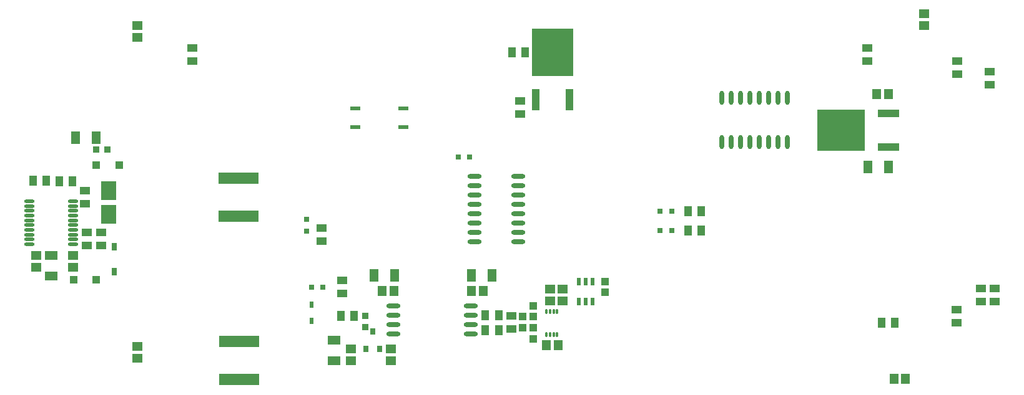
<source format=gtp>
G04*
G04 #@! TF.GenerationSoftware,Altium Limited,Altium Designer,18.1.11 (251)*
G04*
G04 Layer_Color=8421504*
%FSLAX25Y25*%
%MOIN*%
G70*
G01*
G75*
%ADD20O,0.02362X0.07480*%
%ADD21O,0.07480X0.02362*%
%ADD22R,0.05512X0.02362*%
%ADD23O,0.05512X0.01772*%
%ADD24O,0.01181X0.03150*%
%ADD25R,0.02559X0.03740*%
%ADD26O,0.07677X0.02362*%
%ADD27R,0.02362X0.04134*%
%ADD28R,0.25197X0.21850*%
%ADD29R,0.11811X0.03937*%
%ADD30R,0.05315X0.03937*%
%ADD31R,0.03937X0.05315*%
%ADD32R,0.03347X0.03543*%
%ADD33R,0.03543X0.03347*%
%ADD34R,0.21850X0.25197*%
%ADD35R,0.03937X0.11811*%
%ADD36R,0.03150X0.03150*%
%ADD37R,0.03937X0.04331*%
%ADD38R,0.03150X0.03937*%
%ADD39R,0.08071X0.09843*%
%ADD40R,0.01968X0.03543*%
%ADD41R,0.03150X0.03150*%
%ADD42R,0.21260X0.06496*%
%ADD43R,0.05709X0.05118*%
%ADD44R,0.07087X0.05118*%
%ADD45R,0.05118X0.07087*%
%ADD46R,0.03937X0.04134*%
%ADD47R,0.05118X0.05709*%
D20*
X377776Y144882D02*
D03*
X382776D02*
D03*
X387776D02*
D03*
X392776D02*
D03*
X397776D02*
D03*
X402776D02*
D03*
X407776D02*
D03*
X412776D02*
D03*
X377776Y168504D02*
D03*
X382776D02*
D03*
X387776D02*
D03*
X392776D02*
D03*
X397776D02*
D03*
X402776D02*
D03*
X407776D02*
D03*
X412776D02*
D03*
D21*
X245669Y126555D02*
D03*
Y121555D02*
D03*
Y116555D02*
D03*
Y111555D02*
D03*
Y106555D02*
D03*
Y101555D02*
D03*
Y96555D02*
D03*
Y91555D02*
D03*
X269291Y126555D02*
D03*
Y121555D02*
D03*
Y116555D02*
D03*
Y111555D02*
D03*
Y106555D02*
D03*
Y101555D02*
D03*
Y96555D02*
D03*
Y91555D02*
D03*
D22*
X207677Y152874D02*
D03*
Y162874D02*
D03*
X182087Y152874D02*
D03*
Y162874D02*
D03*
D23*
X8268Y110630D02*
D03*
Y108071D02*
D03*
Y105512D02*
D03*
Y102953D02*
D03*
Y100394D02*
D03*
Y97835D02*
D03*
Y95276D02*
D03*
Y92716D02*
D03*
X31496Y110630D02*
D03*
Y108071D02*
D03*
Y105512D02*
D03*
Y102953D02*
D03*
Y100394D02*
D03*
Y97835D02*
D03*
X8268Y113189D02*
D03*
Y90158D02*
D03*
X31496Y92716D02*
D03*
Y90158D02*
D03*
X31496Y113189D02*
D03*
Y95276D02*
D03*
D24*
X284055Y41732D02*
D03*
X286024D02*
D03*
X287992D02*
D03*
X289961D02*
D03*
X284055Y54331D02*
D03*
X286024D02*
D03*
X287992D02*
D03*
X289961D02*
D03*
D25*
X191398Y43504D02*
D03*
X195000Y34252D02*
D03*
X187795D02*
D03*
D26*
X202516Y57173D02*
D03*
Y52173D02*
D03*
Y47173D02*
D03*
Y42173D02*
D03*
X243854Y57173D02*
D03*
Y52173D02*
D03*
Y47173D02*
D03*
Y42173D02*
D03*
D27*
X301378Y59646D02*
D03*
X305118D02*
D03*
X308858D02*
D03*
Y70276D02*
D03*
X301378D02*
D03*
X305118D02*
D03*
D28*
X441535Y151181D02*
D03*
D29*
X466929Y160197D02*
D03*
Y142165D02*
D03*
D30*
X46457Y89370D02*
D03*
Y96457D02*
D03*
X38976Y89370D02*
D03*
Y96457D02*
D03*
X37795Y111811D02*
D03*
Y118898D02*
D03*
X175197Y70866D02*
D03*
Y63779D02*
D03*
X455512Y195276D02*
D03*
Y188189D02*
D03*
X95276Y188189D02*
D03*
Y195276D02*
D03*
X270079Y159843D02*
D03*
Y166929D02*
D03*
X503543Y181102D02*
D03*
Y188189D02*
D03*
X503150Y55118D02*
D03*
Y48031D02*
D03*
X164173Y98819D02*
D03*
Y91732D02*
D03*
X516142Y59449D02*
D03*
Y66535D02*
D03*
X520866Y182677D02*
D03*
Y175591D02*
D03*
X523622Y66535D02*
D03*
Y59449D02*
D03*
X265354Y44882D02*
D03*
Y51968D02*
D03*
D31*
X31102Y124016D02*
D03*
X24016D02*
D03*
X17279Y124080D02*
D03*
X10193D02*
D03*
X272835Y192913D02*
D03*
X265748D02*
D03*
X470079Y48031D02*
D03*
X462992D02*
D03*
X251642Y44173D02*
D03*
X258728D02*
D03*
X251642Y52173D02*
D03*
X258728D02*
D03*
X174409Y51968D02*
D03*
X181496D02*
D03*
X359842Y97638D02*
D03*
X366929D02*
D03*
X359842Y107874D02*
D03*
X366929D02*
D03*
D32*
X43799Y140945D02*
D03*
X49902D02*
D03*
D33*
X187402Y51870D02*
D03*
Y45768D02*
D03*
D34*
X287402Y192913D02*
D03*
D35*
X296417Y167520D02*
D03*
X278386D02*
D03*
D36*
X158661Y67323D02*
D03*
X164961D02*
D03*
X243307Y137008D02*
D03*
X237008D02*
D03*
X344882Y97638D02*
D03*
X351181D02*
D03*
X344882Y107874D02*
D03*
X351181D02*
D03*
D37*
X31693Y71260D02*
D03*
X43898D02*
D03*
Y132677D02*
D03*
X56102D02*
D03*
D38*
X53543Y88878D02*
D03*
Y75689D02*
D03*
D39*
X50394Y106299D02*
D03*
Y118898D02*
D03*
D40*
X158661Y49213D02*
D03*
Y57874D02*
D03*
D41*
X156299Y103543D02*
D03*
Y97244D02*
D03*
D42*
X120079Y17815D02*
D03*
Y38091D02*
D03*
X119685Y125492D02*
D03*
Y105217D02*
D03*
D43*
X31496Y77953D02*
D03*
Y84252D02*
D03*
X11811Y84252D02*
D03*
Y77953D02*
D03*
X201181Y27953D02*
D03*
Y34252D02*
D03*
X179921Y27953D02*
D03*
Y34252D02*
D03*
X286221Y59842D02*
D03*
Y66142D02*
D03*
X292913Y66142D02*
D03*
Y59842D02*
D03*
X485827Y213386D02*
D03*
Y207087D02*
D03*
X65748D02*
D03*
Y200787D02*
D03*
Y29134D02*
D03*
Y35433D02*
D03*
D44*
X19685Y84252D02*
D03*
Y73228D02*
D03*
X170866Y38976D02*
D03*
Y27953D02*
D03*
D45*
X43701Y147244D02*
D03*
X32677D02*
D03*
X255197Y73673D02*
D03*
X244173D02*
D03*
X203197D02*
D03*
X192173D02*
D03*
X466929Y131496D02*
D03*
X455905D02*
D03*
D46*
X277165Y39567D02*
D03*
Y45472D02*
D03*
X271654D02*
D03*
Y51378D02*
D03*
X277165D02*
D03*
Y57284D02*
D03*
X315354Y64370D02*
D03*
Y70276D02*
D03*
D47*
X290551Y36220D02*
D03*
X284252D02*
D03*
X244035Y65173D02*
D03*
X250335D02*
D03*
X196535D02*
D03*
X202835D02*
D03*
X469685Y18110D02*
D03*
X475984D02*
D03*
X460630Y170472D02*
D03*
X466929D02*
D03*
M02*

</source>
